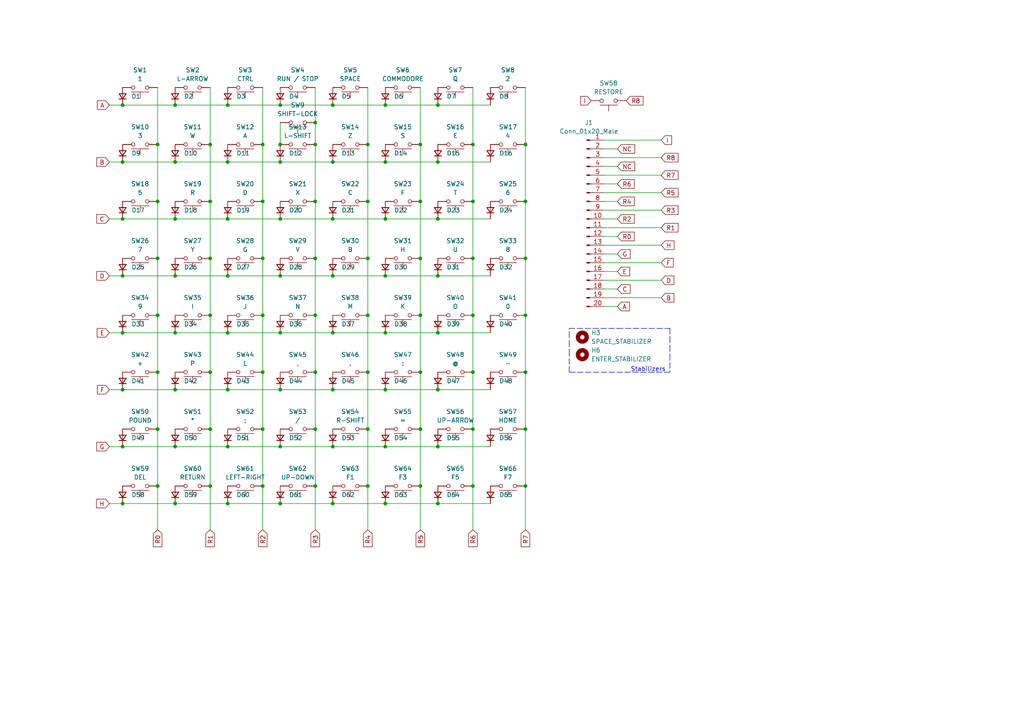
<source format=kicad_sch>
(kicad_sch (version 20211123) (generator eeschema)
  (paper "A4")
  (lib_symbols
    (symbol "Connector:Conn_01x20_Male" (pin_names (offset 1.016) hide)
      (property "Reference" "J" (at 0 25.4 0))
      (property "Value" "Conn_01x20_Male" (at 0 -27.94 0))
      (symbol "Conn_01x20_Male_1_1"
        (polyline (pts (xy 1.27 -25.4) (xy 0.8636 -25.4)) (stroke (width 0.1524)))
        (polyline (pts (xy 1.27 -22.86) (xy 0.8636 -22.86)) (stroke (width 0.1524)))
        (polyline (pts (xy 1.27 -20.32) (xy 0.8636 -20.32)) (stroke (width 0.1524)))
        (polyline (pts (xy 1.27 -17.78) (xy 0.8636 -17.78)) (stroke (width 0.1524)))
        (polyline (pts (xy 1.27 -15.24) (xy 0.8636 -15.24)) (stroke (width 0.1524)))
        (polyline (pts (xy 1.27 -12.7) (xy 0.8636 -12.7)) (stroke (width 0.1524)))
        (polyline (pts (xy 1.27 -10.16) (xy 0.8636 -10.16)) (stroke (width 0.1524)))
        (polyline (pts (xy 1.27 -7.62) (xy 0.8636 -7.62)) (stroke (width 0.1524)))
        (polyline (pts (xy 1.27 -5.08) (xy 0.8636 -5.08)) (stroke (width 0.1524)))
        (polyline (pts (xy 1.27 -2.54) (xy 0.8636 -2.54)) (stroke (width 0.1524)))
        (polyline (pts (xy 1.27 0) (xy 0.8636 0)) (stroke (width 0.1524)))
        (polyline (pts (xy 1.27 2.54) (xy 0.8636 2.54)) (stroke (width 0.1524)))
        (polyline (pts (xy 1.27 5.08) (xy 0.8636 5.08)) (stroke (width 0.1524)))
        (polyline (pts (xy 1.27 7.62) (xy 0.8636 7.62)) (stroke (width 0.1524)))
        (polyline (pts (xy 1.27 10.16) (xy 0.8636 10.16)) (stroke (width 0.1524)))
        (polyline (pts (xy 1.27 12.7) (xy 0.8636 12.7)) (stroke (width 0.1524)))
        (polyline (pts (xy 1.27 15.24) (xy 0.8636 15.24)) (stroke (width 0.1524)))
        (polyline (pts (xy 1.27 17.78) (xy 0.8636 17.78)) (stroke (width 0.1524)))
        (polyline (pts (xy 1.27 20.32) (xy 0.8636 20.32)) (stroke (width 0.1524)))
        (polyline (pts (xy 1.27 22.86) (xy 0.8636 22.86)) (stroke (width 0.1524)))
        (rectangle (start 0.8636 -25.273) (end 0 -25.527) (stroke (width 0.1524)) (fill (type outline)))
        (rectangle (start 0.8636 -22.733) (end 0 -22.987) (stroke (width 0.1524)) (fill (type outline)))
        (rectangle (start 0.8636 -20.193) (end 0 -20.447) (stroke (width 0.1524)) (fill (type outline)))
        (rectangle (start 0.8636 -17.653) (end 0 -17.907) (stroke (width 0.1524)) (fill (type outline)))
        (rectangle (start 0.8636 -15.113) (end 0 -15.367) (stroke (width 0.1524)) (fill (type outline)))
        (rectangle (start 0.8636 -12.573) (end 0 -12.827) (stroke (width 0.1524)) (fill (type outline)))
        (rectangle (start 0.8636 -10.033) (end 0 -10.287) (stroke (width 0.1524)) (fill (type outline)))
        (rectangle (start 0.8636 -7.493) (end 0 -7.747) (stroke (width 0.1524)) (fill (type outline)))
        (rectangle (start 0.8636 -4.953) (end 0 -5.207) (stroke (width 0.1524)) (fill (type outline)))
        (rectangle (start 0.8636 -2.413) (end 0 -2.667) (stroke (width 0.1524)) (fill (type outline)))
        (rectangle (start 0.8636 0.127) (end 0 -0.127) (stroke (width 0.1524)) (fill (type outline)))
        (rectangle (start 0.8636 2.667) (end 0 2.413) (stroke (width 0.1524)) (fill (type outline)))
        (rectangle (start 0.8636 5.207) (end 0 4.953) (stroke (width 0.1524)) (fill (type outline)))
        (rectangle (start 0.8636 7.747) (end 0 7.493) (stroke (width 0.1524)) (fill (type outline)))
        (rectangle (start 0.8636 10.287) (end 0 10.033) (stroke (width 0.1524)) (fill (type outline)))
        (rectangle (start 0.8636 12.827) (end 0 12.573) (stroke (width 0.1524)) (fill (type outline)))
        (rectangle (start 0.8636 15.367) (end 0 15.113) (stroke (width 0.1524)) (fill (type outline)))
        (rectangle (start 0.8636 17.907) (end 0 17.653) (stroke (width 0.1524)) (fill (type outline)))
        (rectangle (start 0.8636 20.447) (end 0 20.193) (stroke (width 0.1524)) (fill (type outline)))
        (rectangle (start 0.8636 22.987) (end 0 22.733) (stroke (width 0.1524)) (fill (type outline)))
        (pin passive line (at 5.08 22.86 180) (length 3.81) (name "Pin_1") (number "1"))
        (pin passive line (at 5.08 0 180) (length 3.81) (name "Pin_10") (number "10"))
        (pin passive line (at 5.08 -2.54 180) (length 3.81) (name "Pin_11") (number "11"))
        (pin passive line (at 5.08 -5.08 180) (length 3.81) (name "Pin_12") (number "12"))
        (pin passive line (at 5.08 -7.62 180) (length 3.81) (name "Pin_13") (number "13"))
        (pin passive line (at 5.08 -10.16 180) (length 3.81) (name "Pin_14") (number "14"))
        (pin passive line (at 5.08 -12.7 180) (length 3.81) (name "Pin_15") (number "15"))
        (pin passive line (at 5.08 -15.24 180) (length 3.81) (name "Pin_16") (number "16"))
        (pin passive line (at 5.08 -17.78 180) (length 3.81) (name "Pin_17") (number "17"))
        (pin passive line (at 5.08 -20.32 180) (length 3.81) (name "Pin_18") (number "18"))
        (pin passive line (at 5.08 -22.86 180) (length 3.81) (name "Pin_19") (number "19"))
        (pin passive line (at 5.08 20.32 180) (length 3.81) (name "Pin_2") (number "2"))
        (pin passive line (at 5.08 -25.4 180) (length 3.81) (name "Pin_20") (number "20"))
        (pin passive line (at 5.08 17.78 180) (length 3.81) (name "Pin_3") (number "3"))
        (pin passive line (at 5.08 15.24 180) (length 3.81) (name "Pin_4") (number "4"))
        (pin passive line (at 5.08 12.7 180) (length 3.81) (name "Pin_5") (number "5"))
        (pin passive line (at 5.08 10.16 180) (length 3.81) (name "Pin_6") (number "6"))
        (pin passive line (at 5.08 7.62 180) (length 3.81) (name "Pin_7") (number "7"))
        (pin passive line (at 5.08 5.08 180) (length 3.81) (name "Pin_8") (number "8"))
        (pin passive line (at 5.08 2.54 180) (length 3.81) (name "Pin_9") (number "9"))
      )
    )
    (symbol "Device:D_Small" (pin_numbers hide) (pin_names (offset 0.254) hide)
      (property "Reference" "D" (at -1.27 2.032 0))
      (property "Value" "D_Small" (at -3.81 -2.032 0))
      (symbol "D_Small_0_1"
        (polyline (pts (xy -0.762 -1.016) (xy -0.762 1.016)) (stroke (width 0.254)))
        (polyline (pts (xy -0.762 0) (xy 0.762 0)))
        (polyline (pts (xy 0.762 -1.016) (xy -0.762 0) (xy 0.762 1.016) (xy 0.762 -1.016)) (stroke (width 0.254)))
      )
      (symbol "D_Small_1_1"
        (pin passive line (at -2.54 0 0) (length 1.778) (name "K") (number "1"))
        (pin passive line (at 2.54 0 180) (length 1.778) (name "A") (number "2"))
      )
    )
    (symbol "Mechanical:MountingHole" (pin_names (offset 1.016))
      (property "Reference" "H" (at 0 5.08 0))
      (property "Value" "MountingHole" (at 0 3.175 0))
      (symbol "MountingHole_0_1"
        (circle (center 0 0) (radius 1.27) (stroke (width 1.27)))
      )
    )
    (symbol "Switch:SW_Push" (pin_numbers hide) (pin_names (offset 1.016) hide)
      (property "Reference" "SW" (at 1.27 2.54 0))
      (property "Value" "SW_Push" (at 0 -1.524 0))
      (symbol "SW_Push_0_1"
        (circle (center -2.032 0) (radius 0.508))
        (polyline (pts (xy 0 1.27) (xy 0 3.048)))
        (polyline (pts (xy 2.54 1.27) (xy -2.54 1.27)))
        (circle (center 2.032 0) (radius 0.508))
        (pin passive line (at -5.08 0 0) (length 2.54) (name "1") (number "1"))
        (pin passive line (at 5.08 0 180) (length 2.54) (name "2") (number "2"))
      )
    )
  )
  (junction (at 96.52 113.03))
  (junction (at 106.68 124.46))
  (junction (at 45.72 74.93))
  (junction (at 45.72 107.95))
  (junction (at 91.44 124.46))
  (junction (at 111.76 63.5))
  (junction (at 66.04 146.05))
  (junction (at 81.28 146.05))
  (junction (at 127 80.01))
  (junction (at 66.04 96.52))
  (junction (at 127 63.5))
  (junction (at 137.16 41.91))
  (junction (at 45.72 41.91))
  (junction (at 81.28 129.54))
  (junction (at 50.8 63.5))
  (junction (at 35.56 96.52))
  (junction (at 81.28 80.01))
  (junction (at 50.8 96.52))
  (junction (at 76.2 91.44))
  (junction (at 121.92 91.44))
  (junction (at 81.28 96.52))
  (junction (at 60.96 140.97))
  (junction (at 137.16 107.95))
  (junction (at 76.2 58.42))
  (junction (at 111.76 30.48))
  (junction (at 66.04 80.01))
  (junction (at 106.68 140.97))
  (junction (at 111.76 80.01))
  (junction (at 152.4 124.46))
  (junction (at 96.52 146.05))
  (junction (at 66.04 113.03))
  (junction (at 50.8 113.03))
  (junction (at 35.56 80.01))
  (junction (at 152.4 107.95))
  (junction (at 50.8 129.54))
  (junction (at 127 146.05))
  (junction (at 81.28 63.5))
  (junction (at 106.68 41.91))
  (junction (at 106.68 91.44))
  (junction (at 50.8 80.01))
  (junction (at 35.56 113.03))
  (junction (at 76.2 74.93))
  (junction (at 137.16 91.44))
  (junction (at 91.44 107.95))
  (junction (at 81.28 41.91))
  (junction (at 137.16 58.42))
  (junction (at 137.16 140.97))
  (junction (at 45.72 91.44))
  (junction (at 60.96 74.93))
  (junction (at 76.2 41.91))
  (junction (at 127 46.99))
  (junction (at 96.52 46.99))
  (junction (at 81.28 113.03))
  (junction (at 111.76 46.99))
  (junction (at 91.44 41.91))
  (junction (at 111.76 113.03))
  (junction (at 152.4 74.93))
  (junction (at 60.96 91.44))
  (junction (at 35.56 30.48))
  (junction (at 60.96 58.42))
  (junction (at 91.44 140.97))
  (junction (at 60.96 107.95))
  (junction (at 137.16 124.46))
  (junction (at 35.56 46.99))
  (junction (at 96.52 96.52))
  (junction (at 137.16 74.93))
  (junction (at 121.92 74.93))
  (junction (at 60.96 41.91))
  (junction (at 96.52 63.5))
  (junction (at 60.96 124.46))
  (junction (at 152.4 140.97))
  (junction (at 66.04 30.48))
  (junction (at 152.4 58.42))
  (junction (at 91.44 91.44))
  (junction (at 121.92 41.91))
  (junction (at 66.04 63.5))
  (junction (at 50.8 146.05))
  (junction (at 45.72 140.97))
  (junction (at 76.2 140.97))
  (junction (at 127 30.48))
  (junction (at 111.76 96.52))
  (junction (at 96.52 80.01))
  (junction (at 96.52 30.48))
  (junction (at 50.8 46.99))
  (junction (at 35.56 129.54))
  (junction (at 127 113.03))
  (junction (at 96.52 129.54))
  (junction (at 81.28 30.48))
  (junction (at 35.56 63.5))
  (junction (at 111.76 129.54))
  (junction (at 152.4 41.91))
  (junction (at 91.44 58.42))
  (junction (at 106.68 107.95))
  (junction (at 91.44 74.93))
  (junction (at 121.92 124.46))
  (junction (at 121.92 140.97))
  (junction (at 50.8 30.48))
  (junction (at 127 96.52))
  (junction (at 35.56 146.05))
  (junction (at 81.28 46.99))
  (junction (at 76.2 124.46))
  (junction (at 45.72 124.46))
  (junction (at 121.92 107.95))
  (junction (at 127 129.54))
  (junction (at 91.44 35.56))
  (junction (at 106.68 58.42))
  (junction (at 76.2 107.95))
  (junction (at 66.04 46.99))
  (junction (at 152.4 91.44))
  (junction (at 111.76 146.05))
  (junction (at 121.92 58.42))
  (junction (at 66.04 129.54))
  (junction (at 106.68 74.93))
  (junction (at 45.72 58.42))
  (wire (pts (xy 31.75 63.5) (xy 35.56 63.5)))
  (wire (pts (xy 91.44 41.91) (xy 91.44 58.42)))
  (wire (pts (xy 31.75 129.54) (xy 35.56 129.54)))
  (wire (pts (xy 76.2 140.97) (xy 76.2 153.67)))
  (wire (pts (xy 191.77 76.2) (xy 175.26 76.2)))
  (wire (pts (xy 191.77 86.36) (xy 175.26 86.36)))
  (wire (pts (xy 111.76 30.48) (xy 127 30.48)))
  (wire (pts (xy 106.68 25.4) (xy 106.68 41.91)))
  (wire (pts (xy 60.96 58.42) (xy 60.96 74.93)))
  (wire (pts (xy 179.07 78.74) (xy 175.26 78.74)))
  (wire (pts (xy 191.77 45.72) (xy 175.26 45.72)))
  (wire (pts (xy 152.4 25.4) (xy 152.4 41.91)))
  (wire (pts (xy 179.07 83.82) (xy 175.26 83.82)))
  (wire (pts (xy 50.8 80.01) (xy 66.04 80.01)))
  (wire (pts (xy 179.07 43.18) (xy 175.26 43.18)))
  (polyline (pts (xy 194.31 100.33) (xy 194.31 102.87)))
  (wire (pts (xy 179.07 68.58) (xy 175.26 68.58)))
  (wire (pts (xy 66.04 146.05) (xy 81.28 146.05)))
  (wire (pts (xy 81.28 80.01) (xy 96.52 80.01)))
  (wire (pts (xy 121.92 107.95) (xy 121.92 124.46)))
  (wire (pts (xy 35.56 96.52) (xy 50.8 96.52)))
  (wire (pts (xy 91.44 91.44) (xy 91.44 107.95)))
  (wire (pts (xy 60.96 41.91) (xy 60.96 58.42)))
  (wire (pts (xy 76.2 124.46) (xy 76.2 140.97)))
  (wire (pts (xy 111.76 113.03) (xy 127 113.03)))
  (polyline (pts (xy 194.31 102.87) (xy 194.31 107.95)))
  (wire (pts (xy 137.16 74.93) (xy 137.16 91.44)))
  (wire (pts (xy 137.16 107.95) (xy 137.16 124.46)))
  (wire (pts (xy 96.52 46.99) (xy 111.76 46.99)))
  (wire (pts (xy 152.4 91.44) (xy 152.4 107.95)))
  (wire (pts (xy 31.75 80.01) (xy 35.56 80.01)))
  (wire (pts (xy 127 96.52) (xy 142.24 96.52)))
  (wire (pts (xy 127 46.99) (xy 142.24 46.99)))
  (wire (pts (xy 179.07 53.34) (xy 175.26 53.34)))
  (wire (pts (xy 191.77 50.8) (xy 175.26 50.8)))
  (wire (pts (xy 137.16 41.91) (xy 137.16 58.42)))
  (wire (pts (xy 111.76 63.5) (xy 127 63.5)))
  (wire (pts (xy 35.56 63.5) (xy 50.8 63.5)))
  (wire (pts (xy 106.68 124.46) (xy 106.68 140.97)))
  (wire (pts (xy 96.52 80.01) (xy 111.76 80.01)))
  (wire (pts (xy 76.2 25.4) (xy 76.2 41.91)))
  (wire (pts (xy 35.56 30.48) (xy 50.8 30.48)))
  (wire (pts (xy 179.07 58.42) (xy 175.26 58.42)))
  (wire (pts (xy 152.4 140.97) (xy 152.4 153.67)))
  (wire (pts (xy 50.8 146.05) (xy 66.04 146.05)))
  (wire (pts (xy 91.44 35.56) (xy 91.44 41.91)))
  (wire (pts (xy 121.92 58.42) (xy 121.92 74.93)))
  (wire (pts (xy 76.2 58.42) (xy 76.2 74.93)))
  (wire (pts (xy 91.44 58.42) (xy 91.44 74.93)))
  (wire (pts (xy 121.92 140.97) (xy 121.92 153.67)))
  (wire (pts (xy 35.56 113.03) (xy 50.8 113.03)))
  (polyline (pts (xy 165.1 95.25) (xy 179.07 95.25)))
  (wire (pts (xy 66.04 113.03) (xy 81.28 113.03)))
  (wire (pts (xy 76.2 107.95) (xy 76.2 124.46)))
  (wire (pts (xy 106.68 74.93) (xy 106.68 91.44)))
  (wire (pts (xy 137.16 58.42) (xy 137.16 74.93)))
  (wire (pts (xy 66.04 129.54) (xy 81.28 129.54)))
  (wire (pts (xy 91.44 74.93) (xy 91.44 91.44)))
  (wire (pts (xy 66.04 46.99) (xy 81.28 46.99)))
  (wire (pts (xy 191.77 40.64) (xy 175.26 40.64)))
  (wire (pts (xy 96.52 30.48) (xy 111.76 30.48)))
  (wire (pts (xy 106.68 91.44) (xy 106.68 107.95)))
  (wire (pts (xy 31.75 113.03) (xy 35.56 113.03)))
  (wire (pts (xy 191.77 71.12) (xy 175.26 71.12)))
  (wire (pts (xy 111.76 129.54) (xy 127 129.54)))
  (wire (pts (xy 66.04 96.52) (xy 81.28 96.52)))
  (wire (pts (xy 45.72 74.93) (xy 45.72 91.44)))
  (polyline (pts (xy 165.1 97.79) (xy 165.1 95.25)))
  (wire (pts (xy 127 146.05) (xy 142.24 146.05)))
  (wire (pts (xy 50.8 46.99) (xy 66.04 46.99)))
  (wire (pts (xy 127 113.03) (xy 142.24 113.03)))
  (wire (pts (xy 96.52 146.05) (xy 111.76 146.05)))
  (polyline (pts (xy 165.1 100.33) (xy 165.1 97.79)))
  (wire (pts (xy 91.44 107.95) (xy 91.44 124.46)))
  (wire (pts (xy 111.76 146.05) (xy 127 146.05)))
  (wire (pts (xy 106.68 107.95) (xy 106.68 124.46)))
  (wire (pts (xy 96.52 129.54) (xy 111.76 129.54)))
  (wire (pts (xy 45.72 140.97) (xy 45.72 153.67)))
  (wire (pts (xy 127 30.48) (xy 142.24 30.48)))
  (wire (pts (xy 111.76 96.52) (xy 127 96.52)))
  (wire (pts (xy 106.68 58.42) (xy 106.68 74.93)))
  (wire (pts (xy 191.77 81.28) (xy 175.26 81.28)))
  (wire (pts (xy 106.68 41.91) (xy 106.68 58.42)))
  (wire (pts (xy 179.07 88.9) (xy 175.26 88.9)))
  (wire (pts (xy 66.04 30.48) (xy 81.28 30.48)))
  (wire (pts (xy 60.96 25.4) (xy 60.96 41.91)))
  (wire (pts (xy 152.4 74.93) (xy 152.4 91.44)))
  (wire (pts (xy 31.75 96.52) (xy 35.56 96.52)))
  (wire (pts (xy 152.4 107.95) (xy 152.4 124.46)))
  (wire (pts (xy 45.72 107.95) (xy 45.72 124.46)))
  (wire (pts (xy 179.07 63.5) (xy 175.26 63.5)))
  (wire (pts (xy 66.04 80.01) (xy 81.28 80.01)))
  (wire (pts (xy 60.96 140.97) (xy 60.96 153.67)))
  (wire (pts (xy 152.4 58.42) (xy 152.4 74.93)))
  (wire (pts (xy 81.28 129.54) (xy 96.52 129.54)))
  (wire (pts (xy 81.28 35.56) (xy 81.28 41.91)))
  (wire (pts (xy 81.28 113.03) (xy 96.52 113.03)))
  (wire (pts (xy 81.28 63.5) (xy 96.52 63.5)))
  (wire (pts (xy 31.75 30.48) (xy 35.56 30.48)))
  (wire (pts (xy 66.04 63.5) (xy 81.28 63.5)))
  (wire (pts (xy 111.76 80.01) (xy 127 80.01)))
  (wire (pts (xy 121.92 124.46) (xy 121.92 140.97)))
  (wire (pts (xy 127 63.5) (xy 142.24 63.5)))
  (wire (pts (xy 50.8 129.54) (xy 66.04 129.54)))
  (wire (pts (xy 179.07 48.26) (xy 175.26 48.26)))
  (wire (pts (xy 81.28 46.99) (xy 96.52 46.99)))
  (wire (pts (xy 127 80.01) (xy 142.24 80.01)))
  (wire (pts (xy 60.96 107.95) (xy 60.96 124.46)))
  (polyline (pts (xy 179.07 95.25) (xy 194.31 95.25)))
  (wire (pts (xy 76.2 91.44) (xy 76.2 107.95)))
  (wire (pts (xy 45.72 58.42) (xy 45.72 74.93)))
  (wire (pts (xy 111.76 46.99) (xy 127 46.99)))
  (wire (pts (xy 60.96 124.46) (xy 60.96 140.97)))
  (wire (pts (xy 31.75 46.99) (xy 35.56 46.99)))
  (wire (pts (xy 121.92 41.91) (xy 121.92 58.42)))
  (wire (pts (xy 121.92 25.4) (xy 121.92 41.91)))
  (wire (pts (xy 121.92 74.93) (xy 121.92 91.44)))
  (wire (pts (xy 137.16 91.44) (xy 137.16 107.95)))
  (wire (pts (xy 91.44 25.4) (xy 91.44 35.56)))
  (wire (pts (xy 76.2 41.91) (xy 76.2 58.42)))
  (wire (pts (xy 60.96 74.93) (xy 60.96 91.44)))
  (wire (pts (xy 50.8 30.48) (xy 66.04 30.48)))
  (wire (pts (xy 91.44 140.97) (xy 91.44 153.67)))
  (wire (pts (xy 96.52 63.5) (xy 111.76 63.5)))
  (polyline (pts (xy 194.31 95.25) (xy 194.31 97.79)))
  (wire (pts (xy 121.92 91.44) (xy 121.92 107.95)))
  (wire (pts (xy 81.28 146.05) (xy 96.52 146.05)))
  (polyline (pts (xy 165.1 102.87) (xy 165.1 100.33)))
  (wire (pts (xy 50.8 96.52) (xy 66.04 96.52)))
  (wire (pts (xy 137.16 124.46) (xy 137.16 140.97)))
  (wire (pts (xy 45.72 25.4) (xy 45.72 41.91)))
  (wire (pts (xy 35.56 146.05) (xy 50.8 146.05)))
  (wire (pts (xy 35.56 46.99) (xy 50.8 46.99)))
  (wire (pts (xy 45.72 91.44) (xy 45.72 107.95)))
  (wire (pts (xy 45.72 41.91) (xy 45.72 58.42)))
  (polyline (pts (xy 194.31 97.79) (xy 194.31 100.33)))
  (wire (pts (xy 45.72 124.46) (xy 45.72 140.97)))
  (wire (pts (xy 81.28 30.48) (xy 96.52 30.48)))
  (wire (pts (xy 31.75 146.05) (xy 35.56 146.05)))
  (wire (pts (xy 50.8 63.5) (xy 66.04 63.5)))
  (wire (pts (xy 81.28 96.52) (xy 96.52 96.52)))
  (wire (pts (xy 35.56 129.54) (xy 50.8 129.54)))
  (wire (pts (xy 127 129.54) (xy 142.24 129.54)))
  (wire (pts (xy 50.8 113.03) (xy 66.04 113.03)))
  (wire (pts (xy 91.44 124.46) (xy 91.44 140.97)))
  (polyline (pts (xy 194.31 107.95) (xy 165.1 107.95)))
  (wire (pts (xy 60.96 91.44) (xy 60.96 107.95)))
  (wire (pts (xy 137.16 140.97) (xy 137.16 153.67)))
  (wire (pts (xy 152.4 124.46) (xy 152.4 140.97)))
  (wire (pts (xy 191.77 60.96) (xy 175.26 60.96)))
  (polyline (pts (xy 165.1 107.95) (xy 165.1 102.87)))
  (wire (pts (xy 191.77 55.88) (xy 175.26 55.88)))
  (wire (pts (xy 191.77 66.04) (xy 175.26 66.04)))
  (wire (pts (xy 152.4 41.91) (xy 152.4 58.42)))
  (wire (pts (xy 96.52 113.03) (xy 111.76 113.03)))
  (wire (pts (xy 96.52 96.52) (xy 111.76 96.52)))
  (wire (pts (xy 76.2 74.93) (xy 76.2 91.44)))
  (wire (pts (xy 35.56 80.01) (xy 50.8 80.01)))
  (wire (pts (xy 137.16 25.4) (xy 137.16 41.91)))
  (wire (pts (xy 106.68 140.97) (xy 106.68 153.67)))
  (wire (pts (xy 179.07 73.66) (xy 175.26 73.66)))
  (text "Stabilizers" (at 182.88 107.95 0) (effects (font (size 1.27 1.27)) (justify left bottom)))
  (global_label "R1" (shape input) (at 60.96 153.67 270) (property "Intersheet References" "${INTERSHEET_REFS}" (effects hide)))
  (global_label "R2" (shape input) (at 179.07 63.5 0) (property "Intersheet References" "${INTERSHEET_REFS}" (effects hide)))
  (global_label "R3" (shape input) (at 91.44 153.67 270) (property "Intersheet References" "${INTERSHEET_REFS}" (effects hide)))
  (global_label "R6" (shape input) (at 179.07 53.34 0) (property "Intersheet References" "${INTERSHEET_REFS}" (effects hide)))
  (global_label "R7" (shape input) (at 152.4 153.67 270) (property "Intersheet References" "${INTERSHEET_REFS}" (effects hide)))
  (global_label "R6" (shape input) (at 137.16 153.67 270) (property "Intersheet References" "${INTERSHEET_REFS}" (effects hide)))
  (global_label "I" (shape input) (at 191.77 40.64 0) (property "Intersheet References" "${INTERSHEET_REFS}" (effects hide)))
  (global_label "R0" (shape input) (at 179.07 68.58 0) (property "Intersheet References" "${INTERSHEET_REFS}" (effects hide)))
  (global_label "E" (shape input) (at 179.07 78.74 0) (property "Intersheet References" "${INTERSHEET_REFS}" (effects hide)))
  (global_label "F" (shape input) (at 31.75 113.03 180) (property "Intersheet References" "${INTERSHEET_REFS}" (effects hide)))
  (global_label "NC" (shape input) (at 179.07 43.18 0) (property "Intersheet References" "${INTERSHEET_REFS}" (effects hide)))
  (global_label "C" (shape input) (at 31.75 63.5 180) (property "Intersheet References" "${INTERSHEET_REFS}" (effects hide)))
  (global_label "R4" (shape input) (at 106.68 153.67 270) (property "Intersheet References" "${INTERSHEET_REFS}" (effects hide)))
  (global_label "G" (shape input) (at 31.75 129.54 180) (property "Intersheet References" "${INTERSHEET_REFS}" (effects hide)))
  (global_label "R2" (shape input) (at 76.2 153.67 270) (property "Intersheet References" "${INTERSHEET_REFS}" (effects hide)))
  (global_label "R1" (shape input) (at 191.77 66.04 0) (property "Intersheet References" "${INTERSHEET_REFS}" (effects hide)))
  (global_label "I" (shape input) (at 171.45 29.21 180) (property "Intersheet References" "${INTERSHEET_REFS}" (effects hide)))
  (global_label "B" (shape input) (at 31.75 46.99 180) (property "Intersheet References" "${INTERSHEET_REFS}" (effects hide)))
  (global_label "D" (shape input) (at 191.77 81.28 0) (property "Intersheet References" "${INTERSHEET_REFS}" (effects hide)))
  (global_label "C" (shape input) (at 179.07 83.82 0) (property "Intersheet References" "${INTERSHEET_REFS}" (effects hide)))
  (global_label "R8" (shape input) (at 191.77 45.72 0) (property "Intersheet References" "${INTERSHEET_REFS}" (effects hide)))
  (global_label "R3" (shape input) (at 191.77 60.96 0) (property "Intersheet References" "${INTERSHEET_REFS}" (effects hide)))
  (global_label "E" (shape input) (at 31.75 96.52 180) (property "Intersheet References" "${INTERSHEET_REFS}" (effects hide)))
  (global_label "A" (shape input) (at 179.07 88.9 0) (property "Intersheet References" "${INTERSHEET_REFS}" (effects hide)))
  (global_label "F" (shape input) (at 191.77 76.2 0) (property "Intersheet References" "${INTERSHEET_REFS}" (effects hide)))
  (global_label "D" (shape input) (at 31.75 80.01 180) (property "Intersheet References" "${INTERSHEET_REFS}" (effects hide)))
  (global_label "R0" (shape input) (at 45.72 153.67 270) (property "Intersheet References" "${INTERSHEET_REFS}" (effects hide)))
  (global_label "R8" (shape input) (at 181.61 29.21 0) (property "Intersheet References" "${INTERSHEET_REFS}" (effects hide)))
  (global_label "H" (shape input) (at 31.75 146.05 180) (property "Intersheet References" "${INTERSHEET_REFS}" (effects hide)))
  (global_label "R5" (shape input) (at 191.77 55.88 0) (property "Intersheet References" "${INTERSHEET_REFS}" (effects hide)))
  (global_label "A" (shape input) (at 31.75 30.48 180) (property "Intersheet References" "${INTERSHEET_REFS}" (effects hide)))
  (global_label "H" (shape input) (at 191.77 71.12 0) (property "Intersheet References" "${INTERSHEET_REFS}" (effects hide)))
  (global_label "B" (shape input) (at 191.77 86.36 0) (property "Intersheet References" "${INTERSHEET_REFS}" (effects hide)))
  (global_label "NC" (shape input) (at 179.07 48.26 0) (property "Intersheet References" "${INTERSHEET_REFS}" (effects hide)))
  (global_label "R5" (shape input) (at 121.92 153.67 270) (property "Intersheet References" "${INTERSHEET_REFS}" (effects hide)))
  (global_label "R7" (shape input) (at 191.77 50.8 0) (property "Intersheet References" "${INTERSHEET_REFS}" (effects hide)))
  (global_label "R4" (shape input) (at 179.07 58.42 0) (property "Intersheet References" "${INTERSHEET_REFS}" (effects hide)))
  (global_label "G" (shape input) (at 179.07 73.66 0) (property "Intersheet References" "${INTERSHEET_REFS}" (effects hide)))
  (symbol (lib_id "Device:D_Small") (at 66.04 44.45 90) (unit 1)
    (property "Reference" "D11" (at 68.58 44.45 90) (effects (justify right)))
    (property "Value" "D_Small" (effects hide))
    (property "Footprint" "Diode_SMD:D_SOD-123" (effects hide))
  )
  (symbol (lib_id "Switch:SW_Push") (at 116.84 140.97 180) (unit 1)
    (property "Reference" "SW64" (at 116.84 135.89 0))
    (property "Value" "F3" (at 116.84 138.43 0))
    (property "Footprint" "Button_Switch_Keyboard:SW_Cherry_MX_1.00u_PCB" (effects hide))
  )
  (symbol (lib_id "Device:D_Small") (at 111.76 60.96 90) (unit 1)
    (property "Reference" "D22" (at 114.3 60.96 90) (effects (justify right)))
    (property "Value" "D_Small" (effects hide))
    (property "Footprint" "Diode_SMD:D_SOD-123" (effects hide))
  )
  (symbol (lib_id "Switch:SW_Push") (at 147.32 107.95 180) (unit 1)
    (property "Reference" "SW49" (at 147.32 102.87 0))
    (property "Value" "-" (at 147.32 105.41 0))
    (property "Footprint" "Button_Switch_Keyboard:SW_Cherry_MX_1.00u_PCB" (effects hide))
  )
  (symbol (lib_id "Switch:SW_Push") (at 176.53 29.21 180) (unit 1)
    (property "Reference" "SW58" (at 176.53 24.13 0))
    (property "Value" "RESTORE" (at 176.53 26.67 0))
    (property "Footprint" "Button_Switch_Keyboard:SW_Cherry_MX_1.00u_PCB" (effects hide))
  )
  (symbol (lib_id "Device:D_Small") (at 127 44.45 90) (unit 1)
    (property "Reference" "D15" (at 129.54 44.45 90) (effects (justify right)))
    (property "Value" "D_Small" (effects hide))
    (property "Footprint" "Diode_SMD:D_SOD-123" (effects hide))
  )
  (symbol (lib_id "Switch:SW_Push") (at 40.64 41.91 180) (unit 1)
    (property "Reference" "SW10" (at 40.64 36.83 0))
    (property "Value" "3" (at 40.64 39.37 0))
    (property "Footprint" "Button_Switch_Keyboard:SW_Cherry_MX_1.00u_PCB" (effects hide))
  )
  (symbol (lib_id "Device:D_Small") (at 81.28 27.94 90) (unit 1)
    (property "Reference" "D4" (at 83.82 27.94 90) (effects (justify right)))
    (property "Value" "D_Small" (effects hide))
    (property "Footprint" "Diode_SMD:D_SOD-123" (effects hide))
  )
  (symbol (lib_id "Device:D_Small") (at 111.76 27.94 90) (unit 1)
    (property "Reference" "D6" (at 114.3 27.94 90) (effects (justify right)))
    (property "Value" "D_Small" (effects hide))
    (property "Footprint" "Diode_SMD:D_SOD-123" (effects hide))
  )
  (symbol (lib_id "Device:D_Small") (at 96.52 93.98 90) (unit 1)
    (property "Reference" "D37" (at 99.06 93.98 90) (effects (justify right)))
    (property "Value" "D_Small" (effects hide))
    (property "Footprint" "Diode_SMD:D_SOD-123" (effects hide))
  )
  (symbol (lib_id "Switch:SW_Push") (at 116.84 124.46 180) (unit 1)
    (property "Reference" "SW55" (at 116.84 119.38 0))
    (property "Value" "=" (at 116.84 121.92 0))
    (property "Footprint" "Button_Switch_Keyboard:SW_Cherry_MX_1.00u_PCB" (effects hide))
  )
  (symbol (lib_id "Mechanical:MountingHole") (at 168.91 97.79 0) (unit 1)
    (property "Reference" "H3" (at 171.45 96.5199 0) (effects (justify left)))
    (property "Value" "SPACE_STABILIZER" (at 171.45 99.0599 0) (effects (justify left)))
    (property "Footprint" "Mounting_Keyboard_Stabilizer:Stabilizer_Cherry_MX_9.00u" (effects hide))
  )
  (symbol (lib_id "Switch:SW_Push") (at 132.08 91.44 180) (unit 1)
    (property "Reference" "SW40" (at 132.08 86.36 0))
    (property "Value" "O" (at 132.08 88.9 0))
    (property "Footprint" "Button_Switch_Keyboard:SW_Cherry_MX_1.00u_PCB" (effects hide))
  )
  (symbol (lib_id "Device:D_Small") (at 127 93.98 90) (unit 1)
    (property "Reference" "D39" (at 129.54 93.98 90) (effects (justify right)))
    (property "Value" "D_Small" (effects hide))
    (property "Footprint" "Diode_SMD:D_SOD-123" (effects hide))
  )
  (symbol (lib_id "Switch:SW_Push") (at 71.12 41.91 180) (unit 1)
    (property "Reference" "SW12" (at 71.12 36.83 0))
    (property "Value" "A" (at 71.12 39.37 0))
    (property "Footprint" "Button_Switch_Keyboard:SW_Cherry_MX_1.00u_PCB" (effects hide))
  )
  (symbol (lib_id "Switch:SW_Push") (at 71.12 91.44 180) (unit 1)
    (property "Reference" "SW36" (at 71.12 86.36 0))
    (property "Value" "J" (at 71.12 88.9 0))
    (property "Footprint" "Button_Switch_Keyboard:SW_Cherry_MX_1.00u_PCB" (effects hide))
  )
  (symbol (lib_id "Switch:SW_Push") (at 55.88 74.93 180) (unit 1)
    (property "Reference" "SW27" (at 55.88 69.85 0))
    (property "Value" "Y" (at 55.88 72.39 0))
    (property "Footprint" "Button_Switch_Keyboard:SW_Cherry_MX_1.00u_PCB" (effects hide))
  )
  (symbol (lib_id "Switch:SW_Push") (at 132.08 107.95 180) (unit 1)
    (property "Reference" "SW48" (at 132.08 102.87 0))
    (property "Value" "@" (at 132.08 105.41 0))
    (property "Footprint" "Button_Switch_Keyboard:SW_Cherry_MX_1.00u_PCB" (effects hide))
  )
  (symbol (lib_id "Device:D_Small") (at 142.24 27.94 90) (unit 1)
    (property "Reference" "D8" (at 144.78 27.94 90) (effects (justify right)))
    (property "Value" "D_Small" (effects hide))
    (property "Footprint" "Diode_SMD:D_SOD-123" (effects hide))
  )
  (symbol (lib_id "Device:D_Small") (at 111.76 143.51 90) (unit 1)
    (property "Reference" "D63" (at 114.3 143.51 90) (effects (justify right)))
    (property "Value" "D_Small" (effects hide))
    (property "Footprint" "Diode_SMD:D_SOD-123" (effects hide))
  )
  (symbol (lib_id "Device:D_Small") (at 50.8 143.51 90) (unit 1)
    (property "Reference" "D59" (at 53.34 143.51 90) (effects (justify right)))
    (property "Value" "D_Small" (effects hide))
    (property "Footprint" "Diode_SMD:D_SOD-123" (effects hide))
  )
  (symbol (lib_id "Switch:SW_Push") (at 40.64 107.95 180) (unit 1)
    (property "Reference" "SW42" (at 40.64 102.87 0))
    (property "Value" "+" (at 40.64 105.41 0))
    (property "Footprint" "Button_Switch_Keyboard:SW_Cherry_MX_1.00u_PCB" (effects hide))
  )
  (symbol (lib_id "Device:D_Small") (at 35.56 60.96 90) (unit 1)
    (property "Reference" "D17" (at 38.1 60.96 90) (effects (justify right)))
    (property "Value" "D_Small" (effects hide))
    (property "Footprint" "Diode_SMD:D_SOD-123" (effects hide))
  )
  (symbol (lib_id "Switch:SW_Push") (at 55.88 41.91 180) (unit 1)
    (property "Reference" "SW11" (at 55.88 36.83 0))
    (property "Value" "W" (at 55.88 39.37 0))
    (property "Footprint" "Button_Switch_Keyboard:SW_Cherry_MX_1.00u_PCB" (effects hide))
  )
  (symbol (lib_id "Device:D_Small") (at 127 110.49 90) (unit 1)
    (property "Reference" "D47" (at 129.54 110.49 90) (effects (justify right)))
    (property "Value" "D_Small" (effects hide))
    (property "Footprint" "Diode_SMD:D_SOD-123" (effects hide))
  )
  (symbol (lib_id "Device:D_Small") (at 96.52 127 90) (unit 1)
    (property "Reference" "D53" (at 99.06 127 90) (effects (justify right)))
    (property "Value" "D_Small" (effects hide))
    (property "Footprint" "Diode_SMD:D_SOD-123" (effects hide))
  )
  (symbol (lib_id "Switch:SW_Push") (at 86.36 58.42 180) (unit 1)
    (property "Reference" "SW21" (at 86.36 53.34 0))
    (property "Value" "X" (at 86.36 55.88 0))
    (property "Footprint" "Button_Switch_Keyboard:SW_Cherry_MX_1.00u_PCB" (effects hide))
  )
  (symbol (lib_id "Device:D_Small") (at 142.24 93.98 90) (unit 1)
    (property "Reference" "D40" (at 144.78 93.98 90) (effects (justify right)))
    (property "Value" "D_Small" (effects hide))
    (property "Footprint" "Diode_SMD:D_SOD-123" (effects hide))
  )
  (symbol (lib_id "Device:D_Small") (at 50.8 93.98 90) (unit 1)
    (property "Reference" "D34" (at 53.34 93.98 90) (effects (justify right)))
    (property "Value" "D_Small" (effects hide))
    (property "Footprint" "Diode_SMD:D_SOD-123" (effects hide))
  )
  (symbol (lib_id "Switch:SW_Push") (at 86.36 25.4 180) (unit 1)
    (property "Reference" "SW4" (at 86.36 20.32 0))
    (property "Value" "RUN / STOP" (at 86.36 22.86 0))
    (property "Footprint" "Button_Switch_Keyboard:SW_Cherry_MX_1.00u_PCB" (effects hide))
  )
  (symbol (lib_id "Switch:SW_Push") (at 147.32 140.97 180) (unit 1)
    (property "Reference" "SW66" (at 147.32 135.89 0))
    (property "Value" "F7" (at 147.32 138.43 0))
    (property "Footprint" "Button_Switch_Keyboard:SW_Cherry_MX_1.00u_PCB" (effects hide))
  )
  (symbol (lib_id "Device:D_Small") (at 127 127 90) (unit 1)
    (property "Reference" "D55" (at 129.54 127 90) (effects (justify right)))
    (property "Value" "D_Small" (effects hide))
    (property "Footprint" "Diode_SMD:D_SOD-123" (effects hide))
  )
  (symbol (lib_id "Switch:SW_Push") (at 71.12 74.93 180) (unit 1)
    (property "Reference" "SW28" (at 71.12 69.85 0))
    (property "Value" "G" (at 71.12 72.39 0))
    (property "Footprint" "Button_Switch_Keyboard:SW_Cherry_MX_1.00u_PCB" (effects hide))
  )
  (symbol (lib_id "Device:D_Small") (at 111.76 110.49 90) (unit 1)
    (property "Reference" "D46" (at 114.3 110.49 90) (effects (justify right)))
    (property "Value" "D_Small" (effects hide))
    (property "Footprint" "Diode_SMD:D_SOD-123" (effects hide))
  )
  (symbol (lib_id "Switch:SW_Push") (at 40.64 140.97 180) (unit 1)
    (property "Reference" "SW59" (at 40.64 135.89 0))
    (property "Value" "DEL" (at 40.64 138.43 0))
    (property "Footprint" "Button_Switch_Keyboard:SW_Cherry_MX_1.00u_PCB" (effects hide))
  )
  (symbol (lib_id "Switch:SW_Push") (at 116.84 91.44 180) (unit 1)
    (property "Reference" "SW39" (at 116.84 86.36 0))
    (property "Value" "K" (at 116.84 88.9 0))
    (property "Footprint" "Button_Switch_Keyboard:SW_Cherry_MX_1.00u_PCB" (effects hide))
  )
  (symbol (lib_id "Device:D_Small") (at 50.8 44.45 90) (unit 1)
    (property "Reference" "D10" (at 53.34 44.45 90) (effects (justify right)))
    (property "Value" "D_Small" (effects hide))
    (property "Footprint" "Diode_SMD:D_SOD-123" (effects hide))
  )
  (symbol (lib_id "Switch:SW_Push") (at 101.6 140.97 180) (unit 1)
    (property "Reference" "SW63" (at 101.6 135.89 0))
    (property "Value" "F1" (at 101.6 138.43 0))
    (property "Footprint" "Button_Switch_Keyboard:SW_Cherry_MX_1.00u_PCB" (effects hide))
  )
  (symbol (lib_id "Switch:SW_Push") (at 71.12 25.4 180) (unit 1)
    (property "Reference" "SW3" (at 71.12 20.32 0))
    (property "Value" "CTRL" (at 71.12 22.86 0))
    (property "Footprint" "Button_Switch_Keyboard:SW_Cherry_MX_1.00u_PCB" (effects hide))
  )
  (symbol (lib_id "Switch:SW_Push") (at 116.84 74.93 180) (unit 1)
    (property "Reference" "SW31" (at 116.84 69.85 0))
    (property "Value" "H" (at 116.84 72.39 0))
    (property "Footprint" "Button_Switch_Keyboard:SW_Cherry_MX_1.00u_PCB" (effects hide))
  )
  (symbol (lib_id "Device:D_Small") (at 81.28 110.49 90) (unit 1)
    (property "Reference" "D44" (at 83.82 110.49 90) (effects (justify right)))
    (property "Value" "D_Small" (effects hide))
    (property "Footprint" "Diode_SMD:D_SOD-123" (effects hide))
  )
  (symbol (lib_id "Device:D_Small") (at 35.56 77.47 90) (unit 1)
    (property "Reference" "D25" (at 38.1 77.47 90) (effects (justify right)))
    (property "Value" "D_Small" (effects hide))
    (property "Footprint" "Diode_SMD:D_SOD-123" (effects hide))
  )
  (symbol (lib_id "Switch:SW_Push") (at 71.12 107.95 180) (unit 1)
    (property "Reference" "SW44" (at 71.12 102.87 0))
    (property "Value" "L" (at 71.12 105.41 0))
    (property "Footprint" "Button_Switch_Keyboard:SW_Cherry_MX_1.00u_PCB" (effects hide))
  )
  (symbol (lib_id "Connector:Conn_01x20_Male") (at 170.18 63.5 0) (unit 1)
    (property "Reference" "J1" (at 170.815 35.56 0))
    (property "Value" "Conn_01x20_Male" (at 170.815 38.1 0))
    (property "Footprint" "Connector_PinHeader_2.54mm:PinHeader_1x20_P2.54mm_Horizontal" (effects hide))
  )
  (symbol (lib_id "Switch:SW_Push") (at 40.64 58.42 180) (unit 1)
    (property "Reference" "SW18" (at 40.64 53.34 0))
    (property "Value" "5" (at 40.64 55.88 0))
    (property "Footprint" "Button_Switch_Keyboard:SW_Cherry_MX_1.00u_PCB" (effects hide))
  )
  (symbol (lib_id "Device:D_Small") (at 66.04 60.96 90) (unit 1)
    (property "Reference" "D19" (at 68.58 60.96 90) (effects (justify right)))
    (property "Value" "D_Small" (effects hide))
    (property "Footprint" "Diode_SMD:D_SOD-123" (effects hide))
  )
  (symbol (lib_id "Switch:SW_Push") (at 55.88 140.97 180) (unit 1)
    (property "Reference" "SW60" (at 55.88 135.89 0))
    (property "Value" "RETURN" (at 55.88 138.43 0))
    (property "Footprint" "Button_Switch_Keyboard:SW_Cherry_MX_1.00u_PCB" (effects hide))
  )
  (symbol (lib_id "Switch:SW_Push") (at 101.6 74.93 180) (unit 1)
    (property "Reference" "SW30" (at 101.6 69.85 0))
    (property "Value" "B" (at 101.6 72.39 0))
    (property "Footprint" "Button_Switch_Keyboard:SW_Cherry_MX_1.00u_PCB" (effects hide))
  )
  (symbol (lib_id "Switch:SW_Push") (at 132.08 74.93 180) (unit 1)
    (property "Reference" "SW32" (at 132.08 69.85 0))
    (property "Value" "U" (at 132.08 72.39 0))
    (property "Footprint" "Button_Switch_Keyboard:SW_Cherry_MX_1.00u_PCB" (effects hide))
  )
  (symbol (lib_id "Switch:SW_Push") (at 86.36 74.93 180) (unit 1)
    (property "Reference" "SW29" (at 86.36 69.85 0))
    (property "Value" "V" (at 86.36 72.39 0))
    (property "Footprint" "Button_Switch_Keyboard:SW_Cherry_MX_1.00u_PCB" (effects hide))
  )
  (symbol (lib_id "Switch:SW_Push") (at 116.84 58.42 180) (unit 1)
    (property "Reference" "SW23" (at 116.84 53.34 0))
    (property "Value" "F" (at 116.84 55.88 0))
    (property "Footprint" "Button_Switch_Keyboard:SW_Cherry_MX_1.00u_PCB" (effects hide))
  )
  (symbol (lib_id "Device:D_Small") (at 81.28 44.45 90) (unit 1)
    (property "Reference" "D12" (at 83.82 44.45 90) (effects (justify right)))
    (property "Value" "D_Small" (effects hide))
    (property "Footprint" "Diode_SMD:D_SOD-123" (effects hide))
  )
  (symbol (lib_id "Device:D_Small") (at 66.04 127 90) (unit 1)
    (property "Reference" "D51" (at 68.58 127 90) (effects (justify right)))
    (property "Value" "D_Small" (effects hide))
    (property "Footprint" "Diode_SMD:D_SOD-123" (effects hide))
  )
  (symbol (lib_id "Switch:SW_Push") (at 101.6 91.44 180) (unit 1)
    (property "Reference" "SW38" (at 101.6 86.36 0))
    (property "Value" "M" (at 101.6 88.9 0))
    (property "Footprint" "Button_Switch_Keyboard:SW_Cherry_MX_1.00u_PCB" (effects hide))
  )
  (symbol (lib_id "Device:D_Small") (at 96.52 60.96 90) (unit 1)
    (property "Reference" "D21" (at 99.06 60.96 90) (effects (justify right)))
    (property "Value" "D_Small" (effects hide))
    (property "Footprint" "Diode_SMD:D_SOD-123" (effects hide))
  )
  (symbol (lib_id "Device:D_Small") (at 35.56 110.49 90) (unit 1)
    (property "Reference" "D41" (at 38.1 110.49 90) (effects (justify right)))
    (property "Value" "D_Small" (effects hide))
    (property "Footprint" "Diode_SMD:D_SOD-123" (effects hide))
  )
  (symbol (lib_id "Switch:SW_Push") (at 101.6 107.95 180) (unit 1)
    (property "Reference" "SW46" (at 101.6 102.87 0))
    (property "Value" "." (at 101.6 105.41 0))
    (property "Footprint" "Button_Switch_Keyboard:SW_Cherry_MX_1.00u_PCB" (effects hide))
  )
  (symbol (lib_id "Switch:SW_Push") (at 132.08 41.91 180) (unit 1)
    (property "Reference" "SW16" (at 132.08 36.83 0))
    (property "Value" "E" (at 132.08 39.37 0))
    (property "Footprint" "Button_Switch_Keyboard:SW_Cherry_MX_1.00u_PCB" (effects hide))
  )
  (symbol (lib_id "Device:D_Small") (at 96.52 143.51 90) (unit 1)
    (property "Reference" "D62" (at 99.06 143.51 90) (effects (justify right)))
    (property "Value" "D_Small" (effects hide))
    (property "Footprint" "Diode_SMD:D_SOD-123" (effects hide))
  )
  (symbol (lib_id "Device:D_Small") (at 111.76 127 90) (unit 1)
    (property "Reference" "D54" (at 114.3 127 90) (effects (justify right)))
    (property "Value" "D_Small" (effects hide))
    (property "Footprint" "Diode_SMD:D_SOD-123" (effects hide))
  )
  (symbol (lib_id "Switch:SW_Push") (at 40.64 25.4 180) (unit 1)
    (property "Reference" "SW1" (at 40.64 20.32 0))
    (property "Value" "1" (at 40.64 22.86 0))
    (property "Footprint" "Button_Switch_Keyboard:SW_Cherry_MX_1.00u_PCB" (effects hide))
  )
  (symbol (lib_id "Device:D_Small") (at 96.52 27.94 90) (unit 1)
    (property "Reference" "D5" (at 99.06 27.94 90) (effects (justify right)))
    (property "Value" "D_Small" (effects hide))
    (property "Footprint" "Diode_SMD:D_SOD-123" (effects hide))
  )
  (symbol (lib_id "Device:D_Small") (at 81.28 127 90) (unit 1)
    (property "Reference" "D52" (at 83.82 127 90) (effects (justify right)))
    (property "Value" "D_Small" (effects hide))
    (property "Footprint" "Diode_SMD:D_SOD-123" (effects hide))
  )
  (symbol (lib_id "Switch:SW_Push") (at 116.84 107.95 180) (unit 1)
    (property "Reference" "SW47" (at 116.84 102.87 0))
    (property "Value" ":" (at 116.84 105.41 0))
    (property "Footprint" "Button_Switch_Keyboard:SW_Cherry_MX_1.00u_PCB" (effects hide))
  )
  (symbol (lib_id "Switch:SW_Push") (at 55.88 91.44 180) (unit 1)
    (property "Reference" "SW35" (at 55.88 86.36 0))
    (property "Value" "I" (at 55.88 88.9 0))
    (property "Footprint" "Button_Switch_Keyboard:SW_Cherry_MX_1.00u_PCB" (effects hide))
  )
  (symbol (lib_id "Device:D_Small") (at 81.28 93.98 90) (unit 1)
    (property "Reference" "D36" (at 83.82 93.98 90) (effects (justify right)))
    (property "Value" "D_Small" (effects hide))
    (property "Footprint" "Diode_SMD:D_SOD-123" (effects hide))
  )
  (symbol (lib_id "Switch:SW_Push") (at 132.08 25.4 180) (unit 1)
    (property "Reference" "SW7" (at 132.08 20.32 0))
    (property "Value" "Q" (at 132.08 22.86 0))
    (property "Footprint" "Button_Switch_Keyboard:SW_Cherry_MX_1.00u_PCB" (effects hide))
  )
  (symbol (lib_id "Device:D_Small") (at 50.8 27.94 90) (unit 1)
    (property "Reference" "D2" (at 53.34 27.94 90) (effects (justify right)))
    (property "Value" "D_Small" (effects hide))
    (property "Footprint" "Diode_SMD:D_SOD-123" (effects hide))
  )
  (symbol (lib_id "Switch:SW_Push") (at 86.36 41.91 180) (unit 1)
    (property "Reference" "SW13" (at 86.36 36.83 0))
    (property "Value" "L-SHIFT" (at 86.36 39.37 0))
    (property "Footprint" "Button_Switch_Keyboard:SW_Cherry_MX_1.00u_PCB" (effects hide))
  )
  (symbol (lib_id "Device:D_Small") (at 127 143.51 90) (unit 1)
    (property "Reference" "D64" (at 129.54 143.51 90) (effects (justify right)))
    (property "Value" "D_Small" (effects hide))
    (property "Footprint" "Diode_SMD:D_SOD-123" (effects hide))
  )
  (symbol (lib_id "Device:D_Small") (at 142.24 110.49 90) (unit 1)
    (property "Reference" "D48" (at 144.78 110.49 90) (effects (justify right)))
    (property "Value" "D_Small" (effects hide))
    (property "Footprint" "Diode_SMD:D_SOD-123" (effects hide))
  )
  (symbol (lib_id "Device:D_Small") (at 66.04 77.47 90) (unit 1)
    (property "Reference" "D27" (at 68.58 77.47 90) (effects (justify right)))
    (property "Value" "D_Small" (effects hide))
    (property "Footprint" "Diode_SMD:D_SOD-123" (effects hide))
  )
  (symbol (lib_id "Device:D_Small") (at 142.24 44.45 90) (unit 1)
    (property "Reference" "D16" (at 144.78 44.45 90) (effects (justify right)))
    (property "Value" "D_Small" (effects hide))
    (property "Footprint" "Diode_SMD:D_SOD-123" (effects hide))
  )
  (symbol (lib_id "Switch:SW_Push") (at 71.12 140.97 180) (unit 1)
    (property "Reference" "SW61" (at 71.12 135.89 0))
    (property "Value" "LEFT-RIGHT" (at 71.12 138.43 0))
    (property "Footprint" "Button_Switch_Keyboard:SW_Cherry_MX_1.00u_PCB" (effects hide))
  )
  (symbol (lib_id "Switch:SW_Push") (at 147.32 124.46 180) (unit 1)
    (property "Reference" "SW57" (at 147.32 119.38 0))
    (property "Value" "HOME" (at 147.32 121.92 0))
    (property "Footprint" "Button_Switch_Keyboard:SW_Cherry_MX_1.00u_PCB" (effects hide))
  )
  (symbol (lib_id "Switch:SW_Push") (at 147.32 25.4 180) (unit 1)
    (property "Reference" "SW8" (at 147.32 20.32 0))
    (property "Value" "2" (at 147.32 22.86 0))
    (property "Footprint" "Button_Switch_Keyboard:SW_Cherry_MX_1.00u_PCB" (effects hide))
  )
  (symbol (lib_id "Switch:SW_Push") (at 101.6 124.46 180) (unit 1)
    (property "Reference" "SW54" (at 101.6 119.38 0))
    (property "Value" "R-SHIFT" (at 101.6 121.92 0))
    (property "Footprint" "Button_Switch_Keyboard:SW_Cherry_MX_1.00u_PCB" (effects hide))
  )
  (symbol (lib_id "Device:D_Small") (at 127 77.47 90) (unit 1)
    (property "Reference" "D31" (at 129.54 77.47 90) (effects (justify right)))
    (property "Value" "D_Small" (effects hide))
    (property "Footprint" "Diode_SMD:D_SOD-123" (effects hide))
  )
  (symbol (lib_id "Switch:SW_Push") (at 86.36 140.97 180) (unit 1)
    (property "Reference" "SW62" (at 86.36 135.89 0))
    (property "Value" "UP-DOWN" (at 86.36 138.43 0))
    (property "Footprint" "Button_Switch_Keyboard:SW_Cherry_MX_1.00u_PCB" (effects hide))
  )
  (symbol (lib_id "Mechanical:MountingHole") (at 168.91 102.87 0) (unit 1)
    (property "Reference" "H6" (at 171.45 101.5999 0) (effects (justify left)))
    (property "Value" "ENTER_STABILIZER" (at 171.45 104.1399 0) (effects (justify left)))
    (property "Footprint" "bschwind_stabilizers:cherry_mx_stabilizer_2.00u" (effects hide))
  )
  (symbol (lib_id "Device:D_Small") (at 81.28 60.96 90) (unit 1)
    (property "Reference" "D20" (at 83.82 60.96 90) (effects (justify right)))
    (property "Value" "D_Small" (effects hide))
    (property "Footprint" "Diode_SMD:D_SOD-123" (effects hide))
  )
  (symbol (lib_id "Switch:SW_Push") (at 147.32 58.42 180) (unit 1)
    (property "Reference" "SW25" (at 147.32 53.34 0))
    (property "Value" "6" (at 147.32 55.88 0))
    (property "Footprint" "Button_Switch_Keyboard:SW_Cherry_MX_1.00u_PCB" (effects hide))
  )
  (symbol (lib_id "Switch:SW_Push") (at 101.6 41.91 180) (unit 1)
    (property "Reference" "SW14" (at 101.6 36.83 0))
    (property "Value" "Z" (at 101.6 39.37 0))
    (property "Footprint" "Button_Switch_Keyboard:SW_Cherry_MX_1.00u_PCB" (effects hide))
  )
  (symbol (lib_id "Device:D_Small") (at 81.28 77.47 90) (unit 1)
    (property "Reference" "D28" (at 83.82 77.47 90) (effects (justify right)))
    (property "Value" "D_Small" (effects hide))
    (property "Footprint" "Diode_SMD:D_SOD-123" (effects hide))
  )
  (symbol (lib_id "Device:D_Small") (at 35.56 127 90) (unit 1)
    (property "Reference" "D49" (at 38.1 127 90) (effects (justify right)))
    (property "Value" "D_Small" (effects hide))
    (property "Footprint" "Diode_SMD:D_SOD-123" (effects hide))
  )
  (symbol (lib_id "Device:D_Small") (at 111.76 77.47 90) (unit 1)
    (property "Reference" "D30" (at 114.3 77.47 90) (effects (justify right)))
    (property "Value" "D_Small" (effects hide))
    (property "Footprint" "Diode_SMD:D_SOD-123" (effects hide))
  )
  (symbol (lib_id "Device:D_Small") (at 96.52 44.45 90) (unit 1)
    (property "Reference" "D13" (at 99.06 44.45 90) (effects (justify right)))
    (property "Value" "D_Small" (effects hide))
    (property "Footprint" "Diode_SMD:D_SOD-123" (effects hide))
  )
  (symbol (lib_id "Device:D_Small") (at 96.52 110.49 90) (unit 1)
    (property "Reference" "D45" (at 99.06 110.49 90) (effects (justify right)))
    (property "Value" "D_Small" (effects hide))
    (property "Footprint" "Diode_SMD:D_SOD-123" (effects hide))
  )
  (symbol (lib_id "Switch:SW_Push") (at 71.12 58.42 180) (unit 1)
    (property "Reference" "SW20" (at 71.12 53.34 0))
    (property "Value" "D" (at 71.12 55.88 0))
    (property "Footprint" "Button_Switch_Keyboard:SW_Cherry_MX_1.00u_PCB" (effects hide))
  )
  (symbol (lib_id "Device:D_Small") (at 111.76 44.45 90) (unit 1)
    (property "Reference" "D14" (at 114.3 44.45 90) (effects (justify right)))
    (property "Value" "D_Small" (effects hide))
    (property "Footprint" "Diode_SMD:D_SOD-123" (effects hide))
  )
  (symbol (lib_id "Switch:SW_Push") (at 55.88 58.42 180) (unit 1)
    (property "Reference" "SW19" (at 55.88 53.34 0))
    (property "Value" "R" (at 55.88 55.88 0))
    (property "Footprint" "Button_Switch_Keyboard:SW_Cherry_MX_1.00u_PCB" (effects hide))
  )
  (symbol (lib_id "Switch:SW_Push") (at 40.64 74.93 180) (unit 1)
    (property "Reference" "SW26" (at 40.64 69.85 0))
    (property "Value" "7" (at 40.64 72.39 0))
    (property "Footprint" "Button_Switch_Keyboard:SW_Cherry_MX_1.00u_PCB" (effects hide))
  )
  (symbol (lib_id "Switch:SW_Push") (at 132.08 58.42 180) (unit 1)
    (property "Reference" "SW24" (at 132.08 53.34 0))
    (property "Value" "T" (at 132.08 55.88 0))
    (property "Footprint" "Button_Switch_Keyboard:SW_Cherry_MX_1.00u_PCB" (effects hide))
  )
  (symbol (lib_id "Device:D_Small") (at 35.56 93.98 90) (unit 1)
    (property "Reference" "D33" (at 38.1 93.98 90) (effects (justify right)))
    (property "Value" "D_Small" (effects hide))
    (property "Footprint" "Diode_SMD:D_SOD-123" (effects hide))
  )
  (symbol (lib_id "Device:D_Small") (at 50.8 110.49 90) (unit 1)
    (property "Reference" "D42" (at 53.34 110.49 90) (effects (justify right)))
    (property "Value" "D_Small" (effects hide))
    (property "Footprint" "Diode_SMD:D_SOD-123" (effects hide))
  )
  (symbol (lib_id "Device:D_Small") (at 142.24 127 90) (unit 1)
    (property "Reference" "D56" (at 144.78 127 90) (effects (justify right)))
    (property "Value" "D_Small" (effects hide))
    (property "Footprint" "Diode_SMD:D_SOD-123" (effects hide))
  )
  (symbol (lib_id "Switch:SW_Push") (at 55.88 107.95 180) (unit 1)
    (property "Reference" "SW43" (at 55.88 102.87 0))
    (property "Value" "P" (at 55.88 105.41 0))
    (property "Footprint" "Button_Switch_Keyboard:SW_Cherry_MX_1.00u_PCB" (effects hide))
  )
  (symbol (lib_id "Switch:SW_Push") (at 86.36 107.95 180) (unit 1)
    (property "Reference" "SW45" (at 86.36 102.87 0))
    (property "Value" "," (at 86.36 105.41 0))
    (property "Footprint" "Button_Switch_Keyboard:SW_Cherry_MX_1.00u_PCB" (effects hide))
  )
  (symbol (lib_id "Switch:SW_Push") (at 86.36 124.46 180) (unit 1)
    (property "Reference" "SW53" (at 86.36 119.38 0))
    (property "Value" "/" (at 86.36 121.92 0))
    (property "Footprint" "Button_Switch_Keyboard:SW_Cherry_MX_1.00u_PCB" (effects hide))
  )
  (symbol (lib_id "Device:D_Small") (at 127 27.94 90) (unit 1)
    (property "Reference" "D7" (at 129.54 27.94 90) (effects (justify right)))
    (property "Value" "D_Small" (effects hide))
    (property "Footprint" "Diode_SMD:D_SOD-123" (effects hide))
  )
  (symbol (lib_id "Device:D_Small") (at 66.04 27.94 90) (unit 1)
    (property "Reference" "D3" (at 68.58 27.94 90) (effects (justify right)))
    (property "Value" "D_Small" (effects hide))
    (property "Footprint" "Diode_SMD:D_SOD-123" (effects hide))
  )
  (symbol (lib_id "Device:D_Small") (at 96.52 77.47 90) (unit 1)
    (property "Reference" "D29" (at 99.06 77.47 90) (effects (justify right)))
    (property "Value" "D_Small" (effects hide))
    (property "Footprint" "Diode_SMD:D_SOD-123" (effects hide))
  )
  (symbol (lib_id "Switch:SW_Push") (at 132.08 124.46 180) (unit 1)
    (property "Reference" "SW56" (at 132.08 119.38 0))
    (property "Value" "UP-ARROW" (at 132.08 121.92 0))
    (property "Footprint" "Button_Switch_Keyboard:SW_Cherry_MX_1.00u_PCB" (effects hide))
  )
  (symbol (lib_id "Device:D_Small") (at 50.8 60.96 90) (unit 1)
    (property "Reference" "D18" (at 53.34 60.96 90) (effects (justify right)))
    (property "Value" "D_Small" (effects hide))
    (property "Footprint" "Diode_SMD:D_SOD-123" (effects hide))
  )
  (symbol (lib_id "Switch:SW_Push") (at 71.12 124.46 180) (unit 1)
    (property "Reference" "SW52" (at 71.12 119.38 0))
    (property "Value" ";" (at 71.12 121.92 0))
    (property "Footprint" "Button_Switch_Keyboard:SW_Cherry_MX_1.00u_PCB" (effects hide))
  )
  (symbol (lib_id "Device:D_Small") (at 142.24 77.47 90) (unit 1)
    (property "Reference" "D32" (at 144.78 77.47 90) (effects (justify right)))
    (property "Value" "D_Small" (effects hide))
    (property "Footprint" "Diode_SMD:D_SOD-123" (effects hide))
  )
  (symbol (lib_id "Switch:SW_Push") (at 101.6 25.4 180) (unit 1)
    (property "Reference" "SW5" (at 101.6 20.32 0))
    (property "Value" "SPACE" (at 101.6 22.86 0))
    (property "Footprint" "Button_Switch_Keyboard:SW_Cherry_MX_1.00u_PCB" (effects hide))
  )
  (symbol (lib_id "Switch:SW_Push") (at 86.36 91.44 180) (unit 1)
    (property "Reference" "SW37" (at 86.36 86.36 0))
    (property "Value" "N" (at 86.36 88.9 0))
    (property "Footprint" "Button_Switch_Keyboard:SW_Cherry_MX_1.00u_PCB" (effects hide))
  )
  (symbol (lib_id "Device:D_Small") (at 35.56 143.51 90) (unit 1)
    (property "Reference" "D58" (at 38.1 143.51 90) (effects (justify right)))
    (property "Value" "D_Small" (effects hide))
    (property "Footprint" "Diode_SMD:D_SOD-123" (effects hide))
  )
  (symbol (lib_id "Device:D_Small") (at 142.24 143.51 90) (unit 1)
    (property "Reference" "D65" (at 144.78 143.51 90) (effects (justify right)))
    (property "Value" "D_Small" (effects hide))
    (property "Footprint" "Diode_SMD:D_SOD-123" (effects hide))
  )
  (symbol (lib_id "Switch:SW_Push") (at 40.64 124.46 180) (unit 1)
    (property "Reference" "SW50" (at 40.64 119.38 0))
    (property "Value" "POUND" (at 40.64 121.92 0))
    (property "Footprint" "Button_Switch_Keyboard:SW_Cherry_MX_1.00u_PCB" (effects hide))
  )
  (symbol (lib_id "Device:D_Small") (at 50.8 127 90) (unit 1)
    (property "Reference" "D50" (at 53.34 127 90) (effects (justify right)))
    (property "Value" "D_Small" (effects hide))
    (property "Footprint" "Diode_SMD:D_SOD-123" (effects hide))
  )
  (symbol (lib_id "Switch:SW_Push") (at 147.32 74.93 180) (unit 1)
    (property "Reference" "SW33" (at 147.32 69.85 0))
    (property "Value" "8" (at 147.32 72.39 0))
    (property "Footprint" "Button_Switch_Keyboard:SW_Cherry_MX_1.00u_PCB" (effects hide))
  )
  (symbol (lib_id "Device:D_Small") (at 142.24 60.96 90) (unit 1)
    (property "Reference" "D24" (at 144.78 60.96 90) (effects (justify right)))
    (property "Value" "D_Small" (effects hide))
    (property "Footprint" "Diode_SMD:D_SOD-123" (effects hide))
  )
  (symbol (lib_id "Device:D_Small") (at 35.56 27.94 90) (unit 1)
    (property "Reference" "D1" (at 38.1 27.94 90) (effects (justify right)))
    (property "Value" "D_Small" (effects hide))
    (property "Footprint" "Diode_SMD:D_SOD-123" (effects hide))
  )
  (symbol (lib_id "Device:D_Small") (at 66.04 143.51 90) (unit 1)
    (property "Reference" "D60" (at 68.58 143.51 90) (effects (justify right)))
    (property "Value" "D_Small" (effects hide))
    (property "Footprint" "Diode_SMD:D_SOD-123" (effects hide))
  )
  (symbol (lib_id "Device:D_Small") (at 111.76 93.98 90) (unit 1)
    (property "Reference" "D38" (at 114.3 93.98 90) (effects (justify right)))
    (property "Value" "D_Small" (effects hide))
    (property "Footprint" "Diode_SMD:D_SOD-123" (effects hide))
  )
  (symbol (lib_id "Switch:SW_Push") (at 40.64 91.44 180) (unit 1)
    (property "Reference" "SW34" (at 40.64 86.36 0))
    (property "Value" "9" (at 40.64 88.9 0))
    (property "Footprint" "Button_Switch_Keyboard:SW_Cherry_MX_1.00u_PCB" (effects hide))
  )
  (symbol (lib_id "Device:D_Small") (at 127 60.96 90) (unit 1)
    (property "Reference" "D23" (at 129.54 60.96 90) (effects (justify right)))
    (property "Value" "D_Small" (effects hide))
    (property "Footprint" "Diode_SMD:D_SOD-123" (effects hide))
  )
  (symbol (lib_id "Switch:SW_Push") (at 116.84 41.91 180) (unit 1)
    (property "Reference" "SW15" (at 116.84 36.83 0))
    (property "Value" "S" (at 116.84 39.37 0))
    (property "Footprint" "Button_Switch_Keyboard:SW_Cherry_MX_1.00u_PCB" (effects hide))
  )
  (symbol (lib_id "Switch:SW_Push") (at 55.88 25.4 180) (unit 1)
    (property "Reference" "SW2" (at 55.88 20.32 0))
    (property "Value" "L-ARROW" (at 55.88 22.86 0))
    (property "Footprint" "Button_Switch_Keyboard:SW_Cherry_MX_1.00u_PCB" (effects hide))
  )
  (symbol (lib_id "Switch:SW_Push") (at 101.6 58.42 180) (unit 1)
    (property "Reference" "SW22" (at 101.6 53.34 0))
    (property "Value" "C" (at 101.6 55.88 0))
    (property "Footprint" "Button_Switch_Keyboard:SW_Cherry_MX_1.00u_PCB" (effects hide))
  )
  (symbol (lib_id "Device:D_Small") (at 50.8 77.47 90) (unit 1)
    (property "Reference" "D26" (at 53.34 77.47 90) (effects (justify right)))
    (property "Value" "D_Small" (effects hide))
    (property "Footprint" "Diode_SMD:D_SOD-123" (effects hide))
  )
  (symbol (lib_id "Switch:SW_Push") (at 116.84 25.4 180) (unit 1)
    (property "Reference" "SW6" (at 116.84 20.32 0))
    (property "Value" "COMMODORE" (at 116.84 22.86 0))
    (property "Footprint" "Button_Switch_Keyboard:SW_Cherry_MX_1.00u_PCB" (effects hide))
  )
  (symbol (lib_id "Switch:SW_Push") (at 147.32 41.91 180) (unit 1)
    (property "Reference" "SW17" (at 147.32 36.83 0))
    (property "Value" "4" (at 147.32 39.37 0))
    (property "Footprint" "Button_Switch_Keyboard:SW_Cherry_MX_1.00u_PCB" (effects hide))
  )
  (symbol (lib_id "Device:D_Small") (at 35.56 44.45 90) (unit 1)
    (property "Reference" "D9" (at 38.1 44.45 90) (effects (justify right)))
    (property "Value" "D_Small" (effects hide))
    (property "Footprint" "Diode_SMD:D_SOD-123" (effects hide))
  )
  (symbol (lib_id "Device:D_Small") (at 66.04 93.98 90) (unit 1)
    (property "Reference" "D35" (at 68.58 93.98 90) (effects (justify right)))
    (property "Value" "D_Small" (effects hide))
    (property "Footprint" "Diode_SMD:D_SOD-123" (effects hide))
  )
  (symbol (lib_id "Switch:SW_Push") (at 55.88 124.46 180) (unit 1)
    (property "Reference" "SW51" (at 55.88 119.38 0))
    (property "Value" "*" (at 55.88 121.92 0))
    (property "Footprint" "Button_Switch_Keyboard:SW_Cherry_MX_1.00u_PCB" (effects hide))
  )
  (symbol (lib_id "Switch:SW_Push") (at 86.36 35.56 180) (unit 1)
    (property "Reference" "SW9" (at 86.36 30.48 0))
    (property "Value" "SHIFT-LOCK" (at 86.36 33.02 0))
    (property "Footprint" "Button_Switch_Keyboard:SW_Cherry_MX_1.00u_PCB" (effects hide))
  )
  (symbol (lib_id "Device:D_Small") (at 81.28 143.51 90) (unit 1)
    (property "Reference" "D61" (at 83.82 143.51 90) (effects (justify right)))
    (property "Value" "D_Small" (effects hide))
    (property "Footprint" "Diode_SMD:D_SOD-123" (effects hide))
  )
  (symbol (lib_id "Switch:SW_Push") (at 132.08 140.97 180) (unit 1)
    (property "Reference" "SW65" (at 132.08 135.89 0))
    (property "Value" "F5" (at 132.08 138.43 0))
    (property "Footprint" "Button_Switch_Keyboard:SW_Cherry_MX_1.00u_PCB" (effects hide))
  )
  (symbol (lib_id "Switch:SW_Push") (at 147.32 91.44 180) (unit 1)
    (property "Reference" "SW41" (at 147.32 86.36 0))
    (property "Value" "0" (at 147.32 88.9 0))
    (property "Footprint" "Button_Switch_Keyboard:SW_Cherry_MX_1.00u_PCB" (effects hide))
  )
  (symbol (lib_id "Device:D_Small") (at 66.04 110.49 90) (unit 1)
    (property "Reference" "D43" (at 68.58 110.49 90) (effects (justify right)))
    (property "Value" "D_Small" (effects hide))
    (property "Footprint" "Diode_SMD:D_SOD-123" (effects hide))
  )
)
</source>
